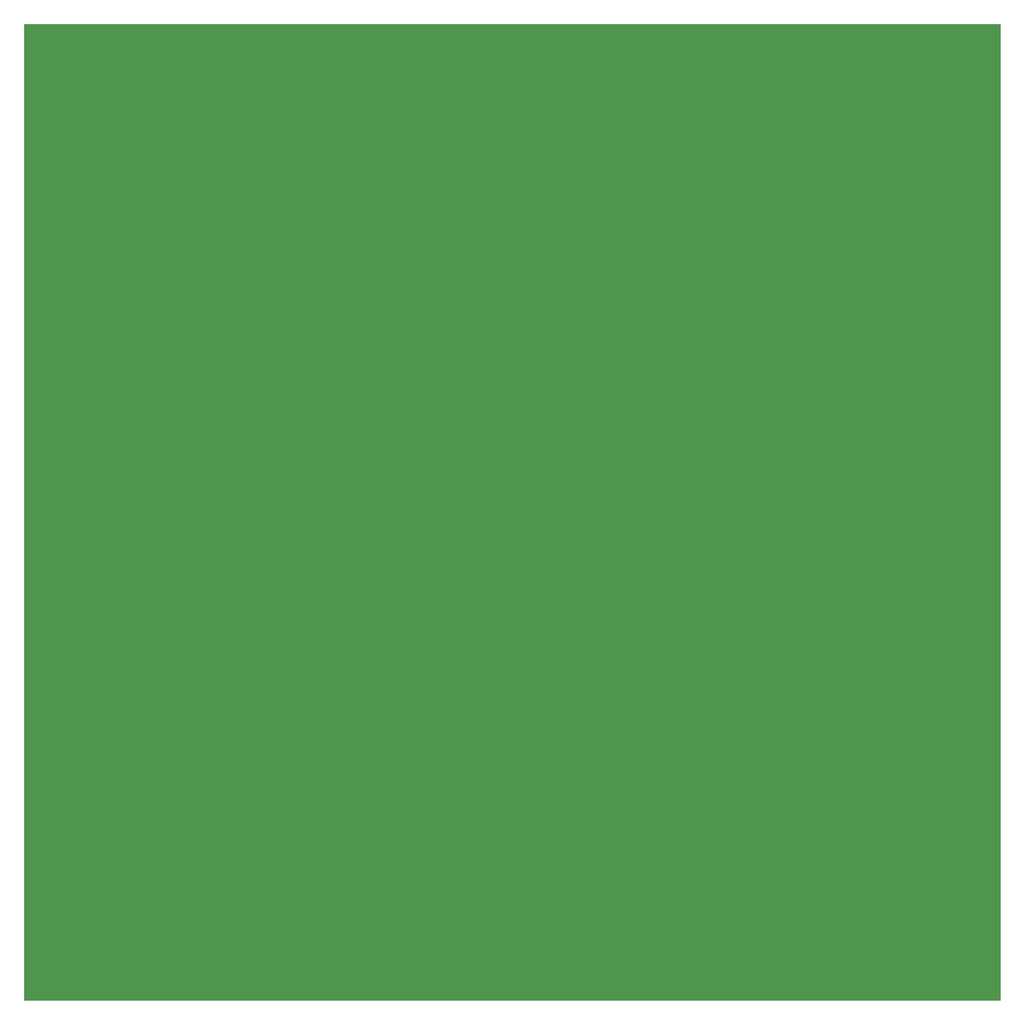
<source format=gbr>
G04 #@! TF.FileFunction,Copper,L2,Bot,Signal*
%FSLAX46Y46*%
G04 Gerber Fmt 4.6, Leading zero omitted, Abs format (unit mm)*
G04 Created by KiCad (PCBNEW 4.0.7) date 07/09/18 10:00:53*
%MOMM*%
%LPD*%
G01*
G04 APERTURE LIST*
%ADD10C,0.100000*%
%ADD11C,0.026000*%
G04 APERTURE END LIST*
D10*
D11*
G36*
X99562000Y-99562000D02*
X438000Y-99562000D01*
X438000Y-438000D01*
X99562000Y-438000D01*
X99562000Y-99562000D01*
X99562000Y-99562000D01*
G37*
X99562000Y-99562000D02*
X438000Y-99562000D01*
X438000Y-438000D01*
X99562000Y-438000D01*
X99562000Y-99562000D01*
M02*

</source>
